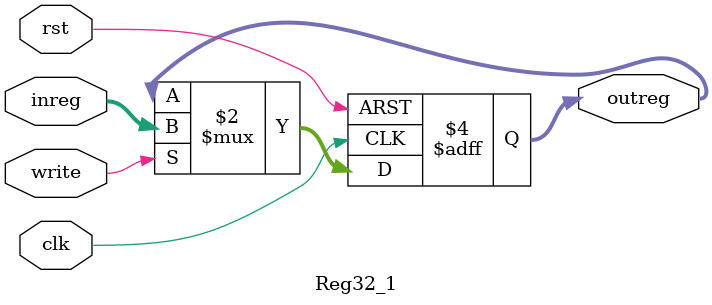
<source format=v>
module Reg32_1(input clk, rst,write, input[31:0] inreg, output reg[31:0] outreg);
  always@(posedge clk, posedge rst)begin
    if(rst) outreg <= 32'b0;
    else begin
      if (write) outreg <= inreg;
    end
  end
endmodule
</source>
